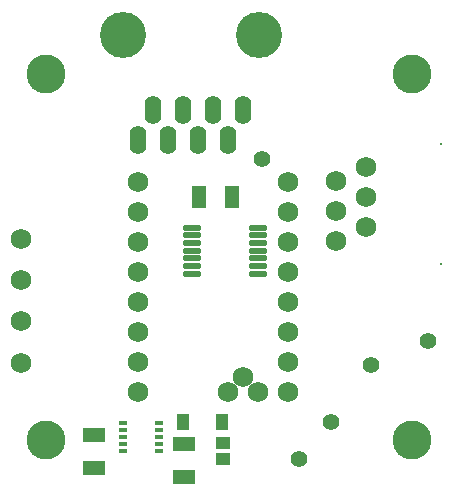
<source format=gbs>
G04 Layer_Color=8150272*
%FSLAX24Y24*%
%MOIN*%
G70*
G01*
G75*
%ADD52C,0.0680*%
%ADD53C,0.0080*%
%ADD54O,0.0552X0.0946*%
%ADD55C,0.1537*%
%ADD57C,0.0552*%
%ADD59C,0.1300*%
%ADD60O,0.0631X0.0218*%
G04:AMPARAMS|DCode=61|XSize=29.5mil|YSize=15.7mil|CornerRadius=4.9mil|HoleSize=0mil|Usage=FLASHONLY|Rotation=0.000|XOffset=0mil|YOffset=0mil|HoleType=Round|Shape=RoundedRectangle|*
%AMROUNDEDRECTD61*
21,1,0.0295,0.0059,0,0,0.0*
21,1,0.0197,0.0157,0,0,0.0*
1,1,0.0098,0.0098,-0.0030*
1,1,0.0098,-0.0098,-0.0030*
1,1,0.0098,-0.0098,0.0030*
1,1,0.0098,0.0098,0.0030*
%
%ADD61ROUNDEDRECTD61*%
%ADD62R,0.0454X0.0415*%
%ADD63R,0.0438X0.0560*%
%ADD64R,0.0749X0.0474*%
%ADD65R,0.0474X0.0749*%
D52*
X15140Y20667D02*
D03*
Y19667D02*
D03*
Y18667D02*
D03*
Y17667D02*
D03*
Y16667D02*
D03*
Y15667D02*
D03*
Y14667D02*
D03*
Y13667D02*
D03*
X20140D02*
D03*
Y14667D02*
D03*
Y15667D02*
D03*
Y16667D02*
D03*
Y17667D02*
D03*
Y18667D02*
D03*
Y19667D02*
D03*
Y20667D02*
D03*
X19140Y13667D02*
D03*
X18140D02*
D03*
X18640Y14167D02*
D03*
X11240Y14646D02*
D03*
Y16024D02*
D03*
Y17402D02*
D03*
Y18780D02*
D03*
X22746Y19189D02*
D03*
X21746Y18693D02*
D03*
X22746Y20189D02*
D03*
X21746Y19693D02*
D03*
X22746Y21189D02*
D03*
X21746Y20693D02*
D03*
D53*
X25246Y17941D02*
D03*
Y21941D02*
D03*
D54*
X18150Y22073D02*
D03*
X17150D02*
D03*
X15150D02*
D03*
X16150D02*
D03*
X15650Y23073D02*
D03*
X16650D02*
D03*
X18650D02*
D03*
X17650D02*
D03*
D55*
X14636Y25573D02*
D03*
X19163D02*
D03*
D57*
X21590Y12657D02*
D03*
X19290Y21450D02*
D03*
X20505Y11447D02*
D03*
X22920Y14560D02*
D03*
X24800Y15380D02*
D03*
D59*
X12067Y12067D02*
D03*
X24272D02*
D03*
X12067Y24272D02*
D03*
X24272D02*
D03*
D60*
X19144Y19154D02*
D03*
Y18898D02*
D03*
Y18642D02*
D03*
Y18386D02*
D03*
Y18130D02*
D03*
Y17874D02*
D03*
Y17618D02*
D03*
X16939Y19154D02*
D03*
Y18898D02*
D03*
Y18642D02*
D03*
Y18386D02*
D03*
Y18130D02*
D03*
Y17874D02*
D03*
Y17618D02*
D03*
D61*
X15837Y11693D02*
D03*
Y11929D02*
D03*
Y12165D02*
D03*
Y12402D02*
D03*
Y12638D02*
D03*
X14636D02*
D03*
Y12402D02*
D03*
Y12165D02*
D03*
Y11929D02*
D03*
Y11693D02*
D03*
D62*
X17963Y11447D02*
D03*
Y11978D02*
D03*
D63*
X16648Y12657D02*
D03*
X17939D02*
D03*
D64*
X16663Y11928D02*
D03*
Y10837D02*
D03*
X13681Y12233D02*
D03*
Y11143D02*
D03*
D65*
X18257Y20177D02*
D03*
X17166D02*
D03*
M02*

</source>
